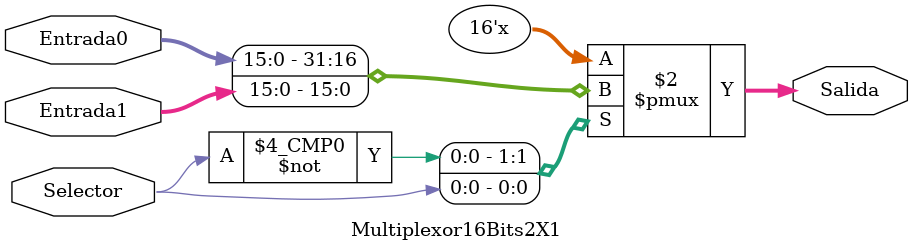
<source format=v>
module Multiplexor16Bits2X1 (/*AUTOARG*/
   // Outputs
   Salida,
   // Inputs
   Entrada0, Entrada1, Selector
   ) ;
   output reg [15:0] Salida;
   input  [15:0] Entrada0, Entrada1;
   input  Selector;

   always @ ( /*AUTOSENSE*/Entrada0 or Entrada1 or Selector) begin
      case (Selector) 
	1'b0: begin
	   Salida <= Entrada0;
	end
	1'b1: begin
	   Salida <= Entrada1;
	end
      endcase // case (Selector)      
   end

endmodule // Multiplexor16Bits2X1

</source>
